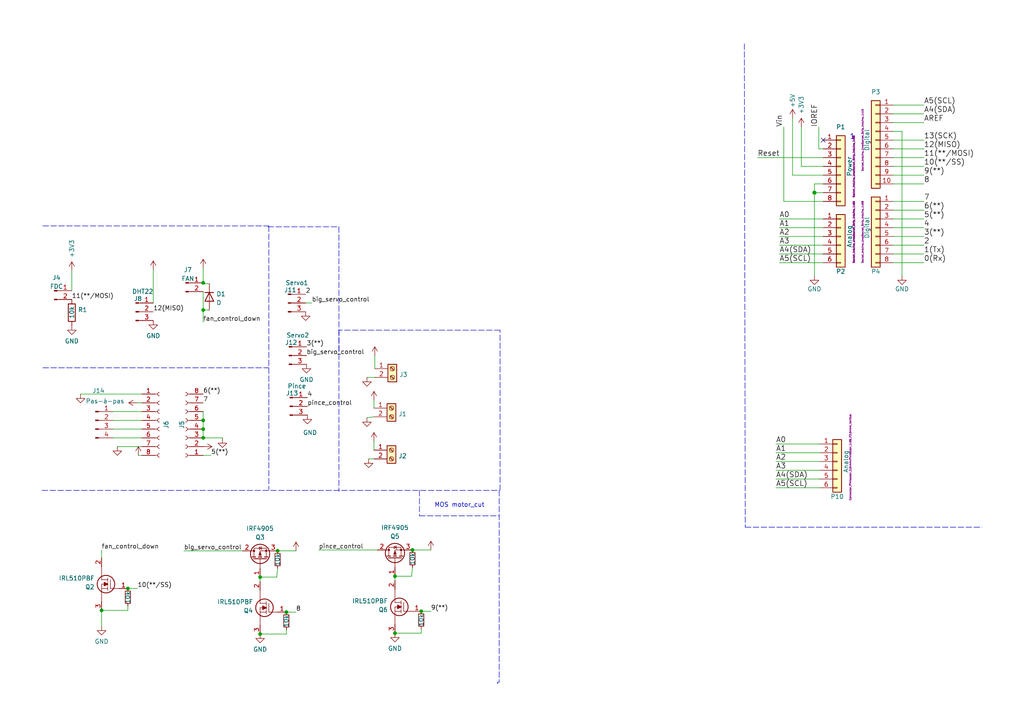
<source format=kicad_sch>
(kicad_sch (version 20211123) (generator eeschema)
  (paper "A4")
  (title_block (title "Shield Arduino Uno bras robotisé FabriqExpo") (date "2022-06-13") (rev "3") (company "Exploradôme"))
  (lib_symbols
    (symbol "Connector:Conn_01x02_Male" (pin_names (offset 1.016) hide)
      (property "Reference" "J" (at 0 2.54 0))
      (property "Value" "Conn_01x02_Male" (at 0 -5.08 0))
      (symbol "Conn_01x02_Male_1_1"
        (polyline (pts (xy 1.27 -2.54) (xy 0.8636 -2.54)) (stroke (width 0.1524)))
        (polyline (pts (xy 1.27 0) (xy 0.8636 0)) (stroke (width 0.1524)))
        (rectangle (start 0.8636 -2.413) (end 0 -2.667) (stroke (width 0.1524)) (fill (type outline)))
        (rectangle (start 0.8636 0.127) (end 0 -0.127) (stroke (width 0.1524)) (fill (type outline)))
        (pin passive line (at 5.08 0 180) (length 3.81) (name "Pin_1") (number "1"))
        (pin passive line (at 5.08 -2.54 180) (length 3.81) (name "Pin_2") (number "2"))
      )
    )
    (symbol "Connector:Conn_01x03_Male" (pin_names (offset 1.016) hide)
      (property "Reference" "J" (at 0 5.08 0))
      (property "Value" "Conn_01x03_Male" (at 0 -5.08 0))
      (symbol "Conn_01x03_Male_1_1"
        (polyline (pts (xy 1.27 -2.54) (xy 0.8636 -2.54)) (stroke (width 0.1524)))
        (polyline (pts (xy 1.27 0) (xy 0.8636 0)) (stroke (width 0.1524)))
        (polyline (pts (xy 1.27 2.54) (xy 0.8636 2.54)) (stroke (width 0.1524)))
        (rectangle (start 0.8636 -2.413) (end 0 -2.667) (stroke (width 0.1524)) (fill (type outline)))
        (rectangle (start 0.8636 0.127) (end 0 -0.127) (stroke (width 0.1524)) (fill (type outline)))
        (rectangle (start 0.8636 2.667) (end 0 2.413) (stroke (width 0.1524)) (fill (type outline)))
        (pin passive line (at 5.08 2.54 180) (length 3.81) (name "Pin_1") (number "1"))
        (pin passive line (at 5.08 0 180) (length 3.81) (name "Pin_2") (number "2"))
        (pin passive line (at 5.08 -2.54 180) (length 3.81) (name "Pin_3") (number "3"))
      )
    )
    (symbol "Connector:Conn_01x04_Male" (pin_names (offset 1.016) hide)
      (property "Reference" "J" (at 0 5.08 0))
      (property "Value" "Conn_01x04_Male" (at 0 -7.62 0))
      (symbol "Conn_01x04_Male_1_1"
        (polyline (pts (xy 1.27 -5.08) (xy 0.8636 -5.08)) (stroke (width 0.1524)))
        (polyline (pts (xy 1.27 -2.54) (xy 0.8636 -2.54)) (stroke (width 0.1524)))
        (polyline (pts (xy 1.27 0) (xy 0.8636 0)) (stroke (width 0.1524)))
        (polyline (pts (xy 1.27 2.54) (xy 0.8636 2.54)) (stroke (width 0.1524)))
        (rectangle (start 0.8636 -4.953) (end 0 -5.207) (stroke (width 0.1524)) (fill (type outline)))
        (rectangle (start 0.8636 -2.413) (end 0 -2.667) (stroke (width 0.1524)) (fill (type outline)))
        (rectangle (start 0.8636 0.127) (end 0 -0.127) (stroke (width 0.1524)) (fill (type outline)))
        (rectangle (start 0.8636 2.667) (end 0 2.413) (stroke (width 0.1524)) (fill (type outline)))
        (pin passive line (at 5.08 2.54 180) (length 3.81) (name "Pin_1") (number "1"))
        (pin passive line (at 5.08 0 180) (length 3.81) (name "Pin_2") (number "2"))
        (pin passive line (at 5.08 -2.54 180) (length 3.81) (name "Pin_3") (number "3"))
        (pin passive line (at 5.08 -5.08 180) (length 3.81) (name "Pin_4") (number "4"))
      )
    )
    (symbol "Connector:Conn_01x08_Female" (pin_names (offset 1.016) hide)
      (property "Reference" "J" (at 0 10.16 0))
      (property "Value" "Conn_01x08_Female" (at 0 -12.7 0))
      (symbol "Conn_01x08_Female_1_1"
        (arc (start 0 -9.652) (mid -0.508 -10.16) (end 0 -10.668) (stroke (width 0.1524)))
        (arc (start 0 -7.112) (mid -0.508 -7.62) (end 0 -8.128) (stroke (width 0.1524)))
        (arc (start 0 -4.572) (mid -0.508 -5.08) (end 0 -5.588) (stroke (width 0.1524)))
        (arc (start 0 -2.032) (mid -0.508 -2.54) (end 0 -3.048) (stroke (width 0.1524)))
        (polyline (pts (xy -1.27 -10.16) (xy -0.508 -10.16)) (stroke (width 0.1524)))
        (polyline (pts (xy -1.27 -7.62) (xy -0.508 -7.62)) (stroke (width 0.1524)))
        (polyline (pts (xy -1.27 -5.08) (xy -0.508 -5.08)) (stroke (width 0.1524)))
        (polyline (pts (xy -1.27 -2.54) (xy -0.508 -2.54)) (stroke (width 0.1524)))
        (polyline (pts (xy -1.27 0) (xy -0.508 0)) (stroke (width 0.1524)))
        (polyline (pts (xy -1.27 2.54) (xy -0.508 2.54)) (stroke (width 0.1524)))
        (polyline (pts (xy -1.27 5.08) (xy -0.508 5.08)) (stroke (width 0.1524)))
        (polyline (pts (xy -1.27 7.62) (xy -0.508 7.62)) (stroke (width 0.1524)))
        (arc (start 0 0.508) (mid -0.508 0) (end 0 -0.508) (stroke (width 0.1524)))
        (arc (start 0 3.048) (mid -0.508 2.54) (end 0 2.032) (stroke (width 0.1524)))
        (arc (start 0 5.588) (mid -0.508 5.08) (end 0 4.572) (stroke (width 0.1524)))
        (arc (start 0 8.128) (mid -0.508 7.62) (end 0 7.112) (stroke (width 0.1524)))
        (pin passive line (at -5.08 7.62 0) (length 3.81) (name "Pin_1") (number "1"))
        (pin passive line (at -5.08 5.08 0) (length 3.81) (name "Pin_2") (number "2"))
        (pin passive line (at -5.08 2.54 0) (length 3.81) (name "Pin_3") (number "3"))
        (pin passive line (at -5.08 0 0) (length 3.81) (name "Pin_4") (number "4"))
        (pin passive line (at -5.08 -2.54 0) (length 3.81) (name "Pin_5") (number "5"))
        (pin passive line (at -5.08 -5.08 0) (length 3.81) (name "Pin_6") (number "6"))
        (pin passive line (at -5.08 -7.62 0) (length 3.81) (name "Pin_7") (number "7"))
        (pin passive line (at -5.08 -10.16 0) (length 3.81) (name "Pin_8") (number "8"))
      )
    )
    (symbol "Connector:Screw_Terminal_01x02" (pin_names (offset 1.016) hide)
      (property "Reference" "J" (at 0 2.54 0))
      (property "Value" "Screw_Terminal_01x02" (at 0 -5.08 0))
      (symbol "Screw_Terminal_01x02_1_1"
        (rectangle (start -1.27 1.27) (end 1.27 -3.81) (stroke (width 0.254)) (fill (type background)))
        (circle (center 0 -2.54) (radius 0.635) (stroke (width 0.1524)))
        (polyline (pts (xy -0.5334 -2.2098) (xy 0.3302 -3.048)) (stroke (width 0.1524)))
        (polyline (pts (xy -0.5334 0.3302) (xy 0.3302 -0.508)) (stroke (width 0.1524)))
        (polyline (pts (xy -0.3556 -2.032) (xy 0.508 -2.8702)) (stroke (width 0.1524)))
        (polyline (pts (xy -0.3556 0.508) (xy 0.508 -0.3302)) (stroke (width 0.1524)))
        (circle (center 0 0) (radius 0.635) (stroke (width 0.1524)))
        (pin passive line (at -5.08 0 0) (length 3.81) (name "Pin_1") (number "1"))
        (pin passive line (at -5.08 -2.54 0) (length 3.81) (name "Pin_2") (number "2"))
      )
    )
    (symbol "Connector_Generic:Conn_01x06" (pin_names (offset 1.016) hide)
      (property "Reference" "J" (at 0 7.62 0))
      (property "Value" "Conn_01x06" (at 0 -10.16 0))
      (symbol "Conn_01x06_1_1"
        (rectangle (start -1.27 -7.493) (end 0 -7.747) (stroke (width 0.1524)))
        (rectangle (start -1.27 -4.953) (end 0 -5.207) (stroke (width 0.1524)))
        (rectangle (start -1.27 -2.413) (end 0 -2.667) (stroke (width 0.1524)))
        (rectangle (start -1.27 0.127) (end 0 -0.127) (stroke (width 0.1524)))
        (rectangle (start -1.27 2.667) (end 0 2.413) (stroke (width 0.1524)))
        (rectangle (start -1.27 5.207) (end 0 4.953) (stroke (width 0.1524)))
        (rectangle (start -1.27 6.35) (end 1.27 -8.89) (stroke (width 0.254)) (fill (type background)))
        (pin passive line (at -5.08 5.08 0) (length 3.81) (name "Pin_1") (number "1"))
        (pin passive line (at -5.08 2.54 0) (length 3.81) (name "Pin_2") (number "2"))
        (pin passive line (at -5.08 0 0) (length 3.81) (name "Pin_3") (number "3"))
        (pin passive line (at -5.08 -2.54 0) (length 3.81) (name "Pin_4") (number "4"))
        (pin passive line (at -5.08 -5.08 0) (length 3.81) (name "Pin_5") (number "5"))
        (pin passive line (at -5.08 -7.62 0) (length 3.81) (name "Pin_6") (number "6"))
      )
    )
    (symbol "Connector_Generic:Conn_01x08" (pin_names (offset 1.016) hide)
      (property "Reference" "J" (at 0 10.16 0))
      (property "Value" "Conn_01x08" (at 0 -12.7 0))
      (symbol "Conn_01x08_1_1"
        (rectangle (start -1.27 -10.033) (end 0 -10.287) (stroke (width 0.1524)))
        (rectangle (start -1.27 -7.493) (end 0 -7.747) (stroke (width 0.1524)))
        (rectangle (start -1.27 -4.953) (end 0 -5.207) (stroke (width 0.1524)))
        (rectangle (start -1.27 -2.413) (end 0 -2.667) (stroke (width 0.1524)))
        (rectangle (start -1.27 0.127) (end 0 -0.127) (stroke (width 0.1524)))
        (rectangle (start -1.27 2.667) (end 0 2.413) (stroke (width 0.1524)))
        (rectangle (start -1.27 5.207) (end 0 4.953) (stroke (width 0.1524)))
        (rectangle (start -1.27 7.747) (end 0 7.493) (stroke (width 0.1524)))
        (rectangle (start -1.27 8.89) (end 1.27 -11.43) (stroke (width 0.254)) (fill (type background)))
        (pin passive line (at -5.08 7.62 0) (length 3.81) (name "Pin_1") (number "1"))
        (pin passive line (at -5.08 5.08 0) (length 3.81) (name "Pin_2") (number "2"))
        (pin passive line (at -5.08 2.54 0) (length 3.81) (name "Pin_3") (number "3"))
        (pin passive line (at -5.08 0 0) (length 3.81) (name "Pin_4") (number "4"))
        (pin passive line (at -5.08 -2.54 0) (length 3.81) (name "Pin_5") (number "5"))
        (pin passive line (at -5.08 -5.08 0) (length 3.81) (name "Pin_6") (number "6"))
        (pin passive line (at -5.08 -7.62 0) (length 3.81) (name "Pin_7") (number "7"))
        (pin passive line (at -5.08 -10.16 0) (length 3.81) (name "Pin_8") (number "8"))
      )
    )
    (symbol "Connector_Generic:Conn_01x10" (pin_names (offset 1.016) hide)
      (property "Reference" "J" (at 0 12.7 0))
      (property "Value" "Conn_01x10" (at 0 -15.24 0))
      (symbol "Conn_01x10_1_1"
        (rectangle (start -1.27 -12.573) (end 0 -12.827) (stroke (width 0.1524)))
        (rectangle (start -1.27 -10.033) (end 0 -10.287) (stroke (width 0.1524)))
        (rectangle (start -1.27 -7.493) (end 0 -7.747) (stroke (width 0.1524)))
        (rectangle (start -1.27 -4.953) (end 0 -5.207) (stroke (width 0.1524)))
        (rectangle (start -1.27 -2.413) (end 0 -2.667) (stroke (width 0.1524)))
        (rectangle (start -1.27 0.127) (end 0 -0.127) (stroke (width 0.1524)))
        (rectangle (start -1.27 2.667) (end 0 2.413) (stroke (width 0.1524)))
        (rectangle (start -1.27 5.207) (end 0 4.953) (stroke (width 0.1524)))
        (rectangle (start -1.27 7.747) (end 0 7.493) (stroke (width 0.1524)))
        (rectangle (start -1.27 10.287) (end 0 10.033) (stroke (width 0.1524)))
        (rectangle (start -1.27 11.43) (end 1.27 -13.97) (stroke (width 0.254)) (fill (type background)))
        (pin passive line (at -5.08 10.16 0) (length 3.81) (name "Pin_1") (number "1"))
        (pin passive line (at -5.08 -12.7 0) (length 3.81) (name "Pin_10") (number "10"))
        (pin passive line (at -5.08 7.62 0) (length 3.81) (name "Pin_2") (number "2"))
        (pin passive line (at -5.08 5.08 0) (length 3.81) (name "Pin_3") (number "3"))
        (pin passive line (at -5.08 2.54 0) (length 3.81) (name "Pin_4") (number "4"))
        (pin passive line (at -5.08 0 0) (length 3.81) (name "Pin_5") (number "5"))
        (pin passive line (at -5.08 -2.54 0) (length 3.81) (name "Pin_6") (number "6"))
        (pin passive line (at -5.08 -5.08 0) (length 3.81) (name "Pin_7") (number "7"))
        (pin passive line (at -5.08 -7.62 0) (length 3.81) (name "Pin_8") (number "8"))
        (pin passive line (at -5.08 -10.16 0) (length 3.81) (name "Pin_9") (number "9"))
      )
    )
    (symbol "Device:D" (pin_numbers hide) (pin_names (offset 1.016) hide)
      (property "Reference" "D" (at 0 2.54 0))
      (property "Value" "D" (at 0 -2.54 0))
      (symbol "D_0_1"
        (polyline (pts (xy -1.27 1.27) (xy -1.27 -1.27)) (stroke (width 0.254)))
        (polyline (pts (xy 1.27 0) (xy -1.27 0)))
        (polyline (pts (xy 1.27 1.27) (xy 1.27 -1.27) (xy -1.27 0) (xy 1.27 1.27)) (stroke (width 0.254)))
      )
      (symbol "D_1_1"
        (pin passive line (at -3.81 0 0) (length 2.54) (name "K") (number "1"))
        (pin passive line (at 3.81 0 180) (length 2.54) (name "A") (number "2"))
      )
    )
    (symbol "Device:R" (pin_numbers hide) (pin_names (offset 0))
      (property "Reference" "R" (at 2.032 0 90))
      (property "Value" "R" (at 0 0 90))
      (symbol "R_0_1"
        (rectangle (start -1.016 -2.54) (end 1.016 2.54) (stroke (width 0.254)))
      )
      (symbol "R_1_1"
        (pin passive line (at 0 3.81 270) (length 1.27) (name "~") (number "1"))
        (pin passive line (at 0 -3.81 90) (length 1.27) (name "~") (number "2"))
      )
    )
    (symbol "Device:R_Small" (pin_numbers hide) (pin_names (offset 0.254) hide)
      (property "Reference" "R" (at 0.762 0.508 0))
      (property "Value" "R_Small" (at 0.762 -1.016 0))
      (symbol "R_Small_0_1"
        (rectangle (start -0.762 1.778) (end 0.762 -1.778) (stroke (width 0.2032)))
      )
      (symbol "R_Small_1_1"
        (pin passive line (at 0 2.54 270) (length 0.762) (name "~") (number "1"))
        (pin passive line (at 0 -2.54 90) (length 0.762) (name "~") (number "2"))
      )
    )
    (symbol "IRL510PBF_1" (pin_names (offset 0.762))
      (property "Reference" "Q?" (at -32.512 82.1147 0))
      (property "Value" "IRL510PBF" (at -32.512 79.5778 0))
      (symbol "IRL510PBF_1_0_0"
        (pin passive line (at 0 1.27 0) (length 2.54) (name "~") (number "1"))
        (pin passive line (at 7.62 10.16 270) (length 2.54) (name "~") (number "2"))
        (pin passive line (at 7.62 -5.08 90) (length 2.54) (name "~") (number "3"))
      )
      (symbol "IRL510PBF_1_0_1"
        (polyline (pts (xy 5.842 0.762) (xy 5.842 1.778)) (stroke (width 0.1524)))
        (polyline (pts (xy 5.842 1.27) (xy 7.62 1.27)) (stroke (width 0.1524)))
        (polyline (pts (xy 5.842 2.032) (xy 5.842 3.048)) (stroke (width 0.1524)))
        (polyline (pts (xy 5.842 4.318) (xy 5.842 3.302)) (stroke (width 0.1524)))
        (polyline (pts (xy 7.62 2.54) (xy 5.842 2.54)) (stroke (width 0.1524)))
        (polyline (pts (xy 7.62 2.54) (xy 7.62 -2.54)) (stroke (width 0.1524)))
        (polyline (pts (xy 7.62 3.81) (xy 5.842 3.81)) (stroke (width 0.1524)))
        (polyline (pts (xy 7.62 3.81) (xy 7.62 7.62)) (stroke (width 0.1524)))
        (polyline (pts (xy 2.54 1.27) (xy 5.08 1.27) (xy 5.08 3.81)) (stroke (width 0.1524)))
        (polyline (pts (xy 5.842 2.54) (xy 6.858 3.048) (xy 6.858 2.032) (xy 5.842 2.54)) (stroke (width 0.254)) (fill (type outline)))
        (circle (center 6.35 2.54) (radius 2.54) (stroke (width 0.254)))
      )
    )
    (symbol "Transistor_FET:IRF4905" (pin_names hide)
      (property "Reference" "Q" (at 5.08 1.905 0))
      (property "Value" "IRF4905" (at 5.08 0 0))
      (symbol "IRF4905_0_1"
        (polyline (pts (xy 0.254 0) (xy -2.54 0)))
        (polyline (pts (xy 0.254 1.905) (xy 0.254 -1.905)) (stroke (width 0.254)))
        (polyline (pts (xy 0.762 -1.27) (xy 0.762 -2.286)) (stroke (width 0.254)))
        (polyline (pts (xy 0.762 0.508) (xy 0.762 -0.508)) (stroke (width 0.254)))
        (polyline (pts (xy 0.762 2.286) (xy 0.762 1.27)) (stroke (width 0.254)))
        (polyline (pts (xy 2.54 2.54) (xy 2.54 1.778)))
        (polyline (pts (xy 2.54 -2.54) (xy 2.54 0) (xy 0.762 0)))
        (polyline (pts (xy 0.762 1.778) (xy 3.302 1.778) (xy 3.302 -1.778) (xy 0.762 -1.778)))
        (polyline (pts (xy 2.286 0) (xy 1.27 0.381) (xy 1.27 -0.381) (xy 2.286 0)) (fill (type outline)))
        (polyline (pts (xy 2.794 -0.508) (xy 2.921 -0.381) (xy 3.683 -0.381) (xy 3.81 -0.254)))
        (polyline (pts (xy 3.302 -0.381) (xy 2.921 0.254) (xy 3.683 0.254) (xy 3.302 -0.381)))
        (circle (center 1.651 0) (radius 2.794) (stroke (width 0.254)))
        (circle (center 2.54 -1.778) (radius 0.254) (fill (type outline)))
        (circle (center 2.54 1.778) (radius 0.254) (fill (type outline)))
      )
      (symbol "IRF4905_1_1"
        (pin input line (at -5.08 0 0) (length 2.54) (name "G") (number "1"))
        (pin passive line (at 2.54 5.08 270) (length 2.54) (name "D") (number "2"))
        (pin passive line (at 2.54 -5.08 90) (length 2.54) (name "S") (number "3"))
      )
    )
    (symbol "power:+12V" (power) (pin_names (offset 0))
      (property "Value" "+12V" (at 0 3.556 0))
      (symbol "+12V_0_1"
        (polyline (pts (xy -0.762 1.27) (xy 0 2.54)))
        (polyline (pts (xy 0 0) (xy 0 2.54)))
        (polyline (pts (xy 0 2.54) (xy 0.762 1.27)))
      )
      (symbol "+12V_1_1"
        (pin power_in line (at 0 0 90) (length 0) hide (name "+12V") (number "1"))
      )
    )
    (symbol "power:+3.3V" (power) (pin_names (offset 0))
      (property "Value" "+3.3V" (at 0 3.556 0))
      (symbol "+3.3V_0_1"
        (polyline (pts (xy -0.762 1.27) (xy 0 2.54)))
        (polyline (pts (xy 0 0) (xy 0 2.54)))
        (polyline (pts (xy 0 2.54) (xy 0.762 1.27)))
      )
      (symbol "+3.3V_1_1"
        (pin power_in line (at 0 0 90) (length 0) hide (name "+3V3") (number "1"))
      )
    )
    (symbol "power:+5V" (power) (pin_names (offset 0))
      (property "Value" "+5V" (at 0 3.556 0))
      (symbol "+5V_0_1"
        (polyline (pts (xy -0.762 1.27) (xy 0 2.54)))
        (polyline (pts (xy 0 0) (xy 0 2.54)))
        (polyline (pts (xy 0 2.54) (xy 0.762 1.27)))
      )
      (symbol "+5V_1_1"
        (pin power_in line (at 0 0 90) (length 0) hide (name "+5V") (number "1"))
      )
    )
    (symbol "power:+6V" (power) (pin_names (offset 0))
      (property "Value" "+6V" (at 0 3.556 0))
      (symbol "+6V_0_1"
        (polyline (pts (xy -0.762 1.27) (xy 0 2.54)))
        (polyline (pts (xy 0 0) (xy 0 2.54)))
        (polyline (pts (xy 0 2.54) (xy 0.762 1.27)))
      )
      (symbol "+6V_1_1"
        (pin power_in line (at 0 0 90) (length 0) hide (name "+6V") (number "1"))
      )
    )
    (symbol "power:GND" (power) (pin_names (offset 0))
      (property "Value" "GND" (at 0 -3.81 0))
      (symbol "GND_0_1"
        (polyline (pts (xy 0 0) (xy 0 -1.27) (xy 1.27 -1.27) (xy 0 -2.54) (xy -1.27 -1.27) (xy 0 -1.27)))
      )
      (symbol "GND_1_1"
        (pin power_in line (at 0 0 270) (length 0) hide (name "GND") (number "1"))
      )
    )
  )
  (junction (at 119.634 159.512))
  (junction (at 58.928 82.042))
  (junction (at 75.438 183.896))
  (junction (at 114.554 183.642))
  (junction (at 80.518 159.766))
  (junction (at 75.438 167.386))
  (junction (at 122.174 177.292))
  (junction (at 58.928 89.916))
  (junction (at 58.928 124.46))
  (junction (at 58.928 121.92))
  (junction (at 58.928 127))
  (junction (at 29.464 177.038))
  (junction (at 83.058 177.546))
  (junction (at 114.554 167.132))
  (junction (at 37.084 170.688))
  (junction (at 236.22 55.88) (diameter 1.016))
  (no_connect (at 238.76 40.64))
  (wire (pts (xy 106.426 109.474) (xy 108.712 109.474)))
  (wire (pts (xy 119.38 167.132) (xy 119.634 164.592)))
  (wire (pts (xy 80.264 167.386) (xy 75.438 167.386)))
  (wire (pts (xy 238.76 48.26) (xy 232.41 48.26)))
  (wire (pts (xy 58.928 77.724) (xy 58.928 82.042)))
  (wire (pts (xy 60.706 82.296) (xy 58.928 82.296)))
  (wire (pts (xy 238.76 71.12) (xy 226.06 71.12)))
  (wire (pts (xy 32.766 124.46) (xy 41.148 124.46)))
  (wire (pts (xy 58.928 119.38) (xy 58.928 121.92)))
  (wire (pts (xy 114.554 183.642) (xy 122.174 183.642)))
  (wire (pts (xy 32.766 119.38) (xy 41.148 119.38)))
  (wire (pts (xy 259.08 63.5) (xy 267.97 63.5)))
  (wire (pts (xy 108.458 116.078) (xy 108.458 118.364)))
  (wire (pts (xy 32.766 127) (xy 41.148 127)))
  (polyline (pts (xy 121.666 149.606) (xy 144.78 149.606)))
  (wire (pts (xy 29.464 181.61) (xy 29.464 177.038)))
  (wire (pts (xy 237.744 133.858) (xy 225.044 133.858)))
  (wire (pts (xy 108.458 128.016) (xy 108.458 130.556)))
  (wire (pts (xy 90.424 87.884) (xy 88.646 87.884)))
  (wire (pts (xy 44.45 78.232) (xy 44.45 87.884)))
  (wire (pts (xy 237.744 141.478) (xy 225.044 141.478)))
  (polyline (pts (xy 98.298 65.786) (xy 98.298 102.362)))
  (wire (pts (xy 237.744 128.778) (xy 225.044 128.778)))
  (wire (pts (xy 236.22 53.34) (xy 236.22 55.88)))
  (wire (pts (xy 23.368 114.3) (xy 41.148 114.3)))
  (wire (pts (xy 37.084 177.038) (xy 37.084 175.768)))
  (wire (pts (xy 37.084 170.688) (xy 39.878 170.688)))
  (wire (pts (xy 108.712 103.124) (xy 108.712 106.934)))
  (wire (pts (xy 64.516 127) (xy 64.516 127.254)))
  (wire (pts (xy 259.08 43.18) (xy 267.97 43.18)))
  (wire (pts (xy 261.62 38.1) (xy 261.62 80.01)))
  (wire (pts (xy 238.76 53.34) (xy 236.22 53.34)))
  (wire (pts (xy 124.968 159.512) (xy 119.634 159.512)))
  (polyline (pts (xy 77.978 65.532) (xy 77.978 106.426)))
  (wire (pts (xy 119.38 167.132) (xy 114.554 167.132)))
  (wire (pts (xy 58.928 89.916) (xy 58.928 84.582)))
  (wire (pts (xy 75.438 168.656) (xy 75.438 167.386)))
  (wire (pts (xy 259.08 53.34) (xy 267.97 53.34)))
  (wire (pts (xy 237.49 43.18) (xy 238.76 43.18)))
  (wire (pts (xy 238.76 50.8) (xy 229.87 50.8)))
  (wire (pts (xy 39.878 116.84) (xy 41.148 116.84)))
  (wire (pts (xy 106.426 121.158) (xy 108.458 120.904)))
  (wire (pts (xy 83.058 177.546) (xy 85.852 177.546)))
  (wire (pts (xy 40.132 132.08) (xy 41.148 132.08)))
  (wire (pts (xy 259.08 40.64) (xy 267.97 40.64)))
  (polyline (pts (xy 145.034 95.758) (xy 98.298 95.758)))
  (wire (pts (xy 259.08 58.42) (xy 267.97 58.42)))
  (wire (pts (xy 238.76 66.04) (xy 226.06 66.04)))
  (polyline (pts (xy 121.666 142.24) (xy 121.666 149.606)))
  (wire (pts (xy 259.08 30.48) (xy 267.97 30.48)))
  (wire (pts (xy 259.08 71.12) (xy 267.97 71.12)))
  (wire (pts (xy 237.744 138.938) (xy 225.044 138.938)))
  (polyline (pts (xy 77.724 65.786) (xy 98.298 65.786)))
  (wire (pts (xy 238.76 58.42) (xy 227.33 58.42)))
  (wire (pts (xy 237.744 131.318) (xy 225.044 131.318)))
  (wire (pts (xy 58.928 93.472) (xy 58.928 89.916)))
  (wire (pts (xy 114.554 168.402) (xy 114.554 167.132)))
  (wire (pts (xy 238.76 63.5) (xy 226.06 63.5)))
  (wire (pts (xy 259.08 45.72) (xy 267.97 45.72)))
  (wire (pts (xy 238.76 73.66) (xy 226.06 73.66)))
  (wire (pts (xy 75.438 183.896) (xy 83.058 183.896)))
  (polyline (pts (xy 144.78 197.866) (xy 144.272 197.866)))
  (wire (pts (xy 29.464 177.038) (xy 37.084 177.038)))
  (wire (pts (xy 238.76 45.72) (xy 219.71 45.72)))
  (wire (pts (xy 259.08 38.1) (xy 261.62 38.1)))
  (wire (pts (xy 238.76 55.88) (xy 236.22 55.88)))
  (polyline (pts (xy 98.298 95.758) (xy 98.298 142.494)))
  (wire (pts (xy 58.928 89.916) (xy 60.706 89.916)))
  (wire (pts (xy 259.08 50.8) (xy 267.97 50.8)))
  (wire (pts (xy 85.852 159.766) (xy 80.518 159.766)))
  (wire (pts (xy 236.22 55.88) (xy 236.22 80.01)))
  (wire (pts (xy 80.264 167.386) (xy 80.518 164.846)))
  (wire (pts (xy 53.34 159.766) (xy 70.358 159.766)))
  (wire (pts (xy 227.33 58.42) (xy 227.33 36.83)))
  (wire (pts (xy 106.934 133.096) (xy 108.458 133.096)))
  (polyline (pts (xy 216.154 152.908) (xy 284.734 152.908)) (stroke (width 0) (type dash)))
  (wire (pts (xy 259.08 68.58) (xy 267.97 68.58)))
  (wire (pts (xy 238.76 76.2) (xy 226.06 76.2)))
  (polyline (pts (xy 12.192 142.24) (xy 144.78 142.24)))
  (wire (pts (xy 58.928 121.92) (xy 58.928 124.46)))
  (wire (pts (xy 259.08 73.66) (xy 267.97 73.66)))
  (wire (pts (xy 259.08 60.96) (xy 267.97 60.96)))
  (polyline (pts (xy 144.272 197.866) (xy 144.272 198.374)))
  (wire (pts (xy 58.928 124.46) (xy 58.928 127)))
  (wire (pts (xy 229.87 50.8) (xy 229.87 34.29)))
  (wire (pts (xy 20.828 78.486) (xy 20.828 84.328)))
  (wire (pts (xy 29.464 159.512) (xy 29.464 161.798)))
  (wire (pts (xy 237.744 136.398) (xy 225.044 136.398)))
  (wire (pts (xy 122.174 183.642) (xy 122.174 182.372)))
  (wire (pts (xy 259.08 33.02) (xy 267.97 33.02)))
  (wire (pts (xy 259.08 66.04) (xy 267.97 66.04)))
  (wire (pts (xy 122.174 177.292) (xy 124.968 177.292)))
  (wire (pts (xy 259.08 35.56) (xy 267.97 35.56)))
  (polyline (pts (xy 12.446 65.532) (xy 77.978 65.532)))
  (polyline (pts (xy 215.9 12.7) (xy 216.154 152.908)) (stroke (width 0) (type dash)))
  (wire (pts (xy 32.766 121.92) (xy 41.148 121.92)))
  (wire (pts (xy 58.928 127) (xy 64.516 127)))
  (wire (pts (xy 61.214 132.08) (xy 58.928 132.08)))
  (wire (pts (xy 232.41 48.26) (xy 232.41 36.83)))
  (wire (pts (xy 237.49 36.83) (xy 237.49 43.18)))
  (wire (pts (xy 58.928 82.042) (xy 58.928 82.296)))
  (polyline (pts (xy 145.034 142.24) (xy 145.034 95.758)))
  (polyline (pts (xy 12.446 106.68) (xy 77.978 106.68)))
  (wire (pts (xy 259.08 76.2) (xy 267.97 76.2)))
  (wire (pts (xy 259.08 48.26) (xy 267.97 48.26)))
  (polyline (pts (xy 77.978 106.68) (xy 77.978 141.986)))
  (wire (pts (xy 34.036 129.54) (xy 41.148 129.54)))
  (polyline (pts (xy 144.78 142.24) (xy 144.78 197.866)))
  (wire (pts (xy 238.76 68.58) (xy 226.06 68.58)))
  (wire (pts (xy 83.058 183.896) (xy 83.058 182.626)))
  (wire (pts (xy 92.456 159.512) (xy 109.474 159.512)))
  (text "MOS motor_cut" (at 125.984 147.32 0) (effects (font (size 1.27 1.27)) (justify left bottom)))
  (text "1" (at 246.38 40.64 0) (effects (font (size 1.524 1.524)) (justify left bottom)))
  (label "4" (at 89.154 115.316 0))
  (label "Vin" (at 227.33 36.83 90) (effects (font (size 1.524 1.524))))
  (label "10(**{slash}SS)" (at 39.878 170.688 0))
  (label "9(**)" (at 124.968 177.292 0))
  (label "12(MISO)" (at 44.45 90.424 0))
  (label "fan_control_down" (at 58.928 93.472 0))
  (label "big_servo_control" (at 90.424 87.884 0))
  (label "8" (at 85.852 177.546 0))
  (label "0(Rx)" (at 267.97 76.2 0) (effects (font (size 1.524 1.524))))
  (label "A4(SDA)" (at 226.06 73.66 0) (effects (font (size 1.524 1.524))))
  (label "5(**)" (at 61.214 132.08 0))
  (label "11(**{slash}MOSI)" (at 20.828 86.868 0))
  (label "pince_control" (at 92.456 159.512 0))
  (label "big_servo_control" (at 88.9 103.124 0))
  (label "A1" (at 225.044 131.318 0) (effects (font (size 1.524 1.524))))
  (label "4" (at 267.97 66.04 0) (effects (font (size 1.524 1.524))))
  (label "3(**)" (at 88.9 100.584 0))
  (label "5(**)" (at 267.97 63.5 0) (effects (font (size 1.524 1.524))))
  (label "A2" (at 226.06 68.58 0) (effects (font (size 1.524 1.524))))
  (label "big_servo_control" (at 53.34 159.766 0))
  (label "A5(SCL)" (at 226.06 76.2 0) (effects (font (size 1.524 1.524))))
  (label "A0" (at 226.06 63.5 0) (effects (font (size 1.524 1.524))))
  (label "A1" (at 226.06 66.04 0) (effects (font (size 1.524 1.524))))
  (label "10(**/SS)" (at 267.97 48.26 0) (effects (font (size 1.524 1.524))))
  (label "fan_control_down" (at 29.464 159.512 0))
  (label "13(SCK)" (at 267.97 40.64 0) (effects (font (size 1.524 1.524))))
  (label "2" (at 88.646 85.344 0))
  (label "A0" (at 225.044 128.778 0) (effects (font (size 1.524 1.524))))
  (label "6(**)" (at 58.928 114.3 0))
  (label "A2" (at 225.044 133.858 0) (effects (font (size 1.524 1.524))))
  (label "7" (at 267.97 58.42 0) (effects (font (size 1.524 1.524))))
  (label "A4(SDA)" (at 267.97 33.02 0) (effects (font (size 1.524 1.524))))
  (label "A3" (at 225.044 136.398 0) (effects (font (size 1.524 1.524))))
  (label "A3" (at 226.06 71.12 0) (effects (font (size 1.524 1.524))))
  (label "Reset" (at 219.71 45.72 0) (effects (font (size 1.524 1.524))))
  (label "2" (at 267.97 71.12 0) (effects (font (size 1.524 1.524))))
  (label "12(MISO)" (at 267.97 43.18 0) (effects (font (size 1.524 1.524))))
  (label "pince_control" (at 89.154 117.856 0))
  (label "3(**)" (at 267.97 68.58 0) (effects (font (size 1.524 1.524))))
  (label "9(**)" (at 267.97 50.8 0) (effects (font (size 1.524 1.524))))
  (label "8" (at 267.97 53.34 0) (effects (font (size 1.524 1.524))))
  (label "A5(SCL)" (at 225.044 141.478 0) (effects (font (size 1.524 1.524))))
  (label "A5(SCL)" (at 267.97 30.48 0) (effects (font (size 1.524 1.524))))
  (label "IOREF" (at 237.49 36.83 90) (effects (font (size 1.524 1.524))))
  (label "AREF" (at 267.97 35.56 0) (effects (font (size 1.524 1.524))))
  (label "7" (at 58.928 116.84 0))
  (label "A4(SDA)" (at 225.044 138.938 0) (effects (font (size 1.524 1.524))))
  (label "11(**/MOSI)" (at 267.97 45.72 0) (effects (font (size 1.524 1.524))))
  (label "1(Tx)" (at 267.97 73.66 0) (effects (font (size 1.524 1.524))))
  (label "6(**)" (at 267.97 60.96 0) (effects (font (size 1.524 1.524))))
  (symbol (lib_id "Connector_Generic:Conn_01x08") (at 243.84 48.26 0) (unit 1)
    (property "Reference" "P1" (at 243.84 36.83 0))
    (property "Value" "Power" (at 246.38 48.26 90))
    (property "Footprint" "Socket_Arduino_Uno:Socket_Strip_Arduino_1x08" (at 247.65 48.26 90) (effects (font (size 0.508 0.508))))
  )
  (symbol (lib_id "power:+3.3V") (at 232.41 36.83 0) (unit 1)
    (property "Reference" "#PWR01" (effects hide))
    (property "Value" "+3.3V" (at 232.41 30.48 90))
  )
  (symbol (lib_id "power:+5V") (at 229.87 34.29 0) (unit 1)
    (property "Reference" "#PWR02" (effects hide))
    (property "Value" "+5V" (at 229.87 29.21 90))
  )
  (symbol (lib_id "power:GND") (at 236.22 80.01 0) (unit 1)
    (property "Reference" "#PWR03" (effects hide))
    (property "Value" "GND" (at 236.22 83.82 0))
  )
  (symbol (lib_id "power:GND") (at 261.62 80.01 0) (unit 1)
    (property "Reference" "#PWR04" (effects hide))
    (property "Value" "GND" (at 261.62 83.82 0))
  )
  (symbol (lib_id "Connector_Generic:Conn_01x06") (at 243.84 68.58 0) (unit 1)
    (property "Reference" "P2" (at 243.84 78.74 0))
    (property "Value" "Analog" (at 246.38 68.58 90))
    (property "Footprint" "Socket_Arduino_Uno:Socket_Strip_Arduino_1x06" (at 247.65 67.31 90) (effects (font (size 0.508 0.508))))
  )
  (symbol (lib_id "Connector_Generic:Conn_01x08") (at 254 66.04 0) (mirror y) (unit 1)
    (property "Reference" "P4" (at 254 78.74 0))
    (property "Value" "Digital" (at 251.46 66.04 90))
    (property "Footprint" "Socket_Arduino_Uno:Socket_Strip_Arduino_1x08" (at 250.19 67.31 90) (effects (font (size 0.508 0.508))))
  )
  (symbol (lib_id "Connector_Generic:Conn_01x10") (at 254 40.64 0) (mirror y) (unit 1)
    (property "Reference" "P3" (at 254 26.67 0))
    (property "Value" "Digital" (at 251.46 40.64 90))
    (property "Footprint" "Socket_Arduino_Uno:Socket_Strip_Arduino_1x10" (at 250.19 40.64 90) (effects (font (size 0.508 0.508))))
  )
  (symbol (lib_id "power:+6V") (at 108.458 116.078 0) (unit 1)
    (property "Reference" "#PWR0106" (effects hide))
    (property "Value" "+6V" (effects hide))
  )
  (symbol (lib_id "Connector:Screw_Terminal_01x02") (at 113.792 106.934 0) (unit 1)
    (property "Reference" "J3" (at 115.824 108.6378 0) (effects (justify left)))
    (property "Value" "Screw_Terminal_01x02" (effects hide))
    (property "Footprint" "Connector_Phoenix_MSTB:PhoenixContact_MSTBVA_2,5_2-G_1x02_P5.00mm_Vertical" (effects hide))
  )
  (symbol (lib_id "power:GND") (at 75.438 183.896 0) (unit 1)
    (property "Reference" "#PWR09" (effects hide))
    (property "Value" "GND" (at 75.438 188.3394 0))
  )
  (symbol (lib_id "Device:R") (at 20.828 90.678 0) (unit 1)
    (property "Reference" "R1" (at 22.606 89.8433 0) (effects (justify left)))
    (property "Value" "10k" (at 20.828 92.456 90) (effects (justify left)))
    (property "Footprint" "Resistor_THT:R_Axial_DIN0204_L3.6mm_D1.6mm_P5.08mm_Vertical" (effects hide))
  )
  (symbol (lib_id "power:+6V") (at 85.852 159.766 0) (unit 1)
    (property "Reference" "#PWR010" (effects hide))
    (property "Value" "+6V" (effects hide))
  )
  (symbol (lib_id "Connector:Conn_01x03_Male") (at 84.074 117.856 0) (unit 1)
    (property "Reference" "J13" (at 84.709 114.077 0))
    (property "Value" "Pince" (at 86.106 111.252 0) (effects (justify top)))
    (property "Footprint" "Connector_PinHeader_2.54mm:PinHeader_1x03_P2.54mm_Vertical" (effects hide))
  )
  (symbol (lib_id "power:+12V") (at 58.928 77.724 0) (unit 1)
    (property "Reference" "#PWR08" (effects hide))
    (property "Value" "+12V" (effects hide))
  )
  (symbol (lib_id "Connector_Generic:Conn_01x06") (at 242.824 133.858 0) (unit 1)
    (property "Reference" "P10" (at 242.824 144.018 0))
    (property "Value" "Analog" (at 245.364 133.858 90))
    (property "Footprint" "Connector_PinHeader_2.54mm:PinHeader_1x06_P2.54mm_Vertical" (at 246.634 132.588 90) (effects (font (size 0.508 0.508))))
  )
  (symbol (lib_id "Device:R_Small") (at 37.084 173.228 0) (mirror x) (unit 1)
    (property "Reference" "R3" (effects hide))
    (property "Value" "10k" (at 37.084 171.45 90) (effects (justify left)))
    (property "Footprint" "Resistor_THT:R_Axial_DIN0204_L3.6mm_D1.6mm_P5.08mm_Vertical" (effects hide))
  )
  (symbol (lib_id "power:GND") (at 106.426 109.474 0) (unit 1)
    (property "Reference" "#PWR0103" (effects hide))
    (property "Value" "GND" (effects hide))
  )
  (symbol (lib_id "power:+5V") (at 44.45 78.232 0) (unit 1)
    (property "Reference" "#PWR0111" (effects hide))
    (property "Value" "+5V" (effects hide))
  )
  (symbol (lib_name "IRL510PBF_1") (lib_id "IRL510PBF:IRL510PBF") (at 122.174 178.562 0) (mirror y) (unit 1)
    (property "Reference" "Q6" (at 112.522 176.8567 0) (effects (justify left)))
    (property "Value" "IRL510PBF" (at 112.522 174.3198 0) (effects (justify left)))
    (property "Footprint" "Package_TO_SOT_THT:TO-220-3_Vertical" (effects hide))
    (property "Datasheet" "http://www.vishay.com/docs/91297/sihl510.pdf" (effects hide))
    (property "Description" "Power MOSFET, N channel" (effects hide))
    (property "Height" "4.65" (effects hide))
    (property "Manufacturer_Name" "Vishay" (effects hide))
    (property "Manufacturer_Part_Number" "IRL510PBF" (effects hide))
    (property "Mouser Part Number" "844-IRL510PBF" (effects hide))
    (property "Mouser Price/Stock" "https://www.mouser.co.uk/ProductDetail/Vishay-Semiconductors/IRL510PBF?qs=cvaI6Thkwxs7Om4q9N5ahw%3D%3D" (effects hide))
    (property "Arrow Part Number" "IRL510PBF" (effects hide))
    (property "Arrow Price/Stock" "https://www.arrow.com/en/products/irl510pbf/vishay" (effects hide))
  )
  (symbol (lib_id "Connector:Conn_01x03_Male") (at 39.37 90.424 0) (unit 1)
    (property "Reference" "J8" (at 40.005 86.645 0))
    (property "Value" "DHT22" (at 41.402 83.82 0) (effects (justify top)))
    (property "Footprint" "Connector_PinHeader_2.54mm:PinHeader_1x03_P2.54mm_Vertical" (effects hide))
  )
  (symbol (lib_id "power:GND") (at 106.934 133.096 0) (unit 1)
    (property "Reference" "#PWR0101" (effects hide))
    (property "Value" "GND" (effects hide))
  )
  (symbol (lib_id "Connector:Screw_Terminal_01x02") (at 113.538 118.364 0) (unit 1)
    (property "Reference" "J1" (at 115.57 120.0678 0) (effects (justify left)))
    (property "Value" "Screw_Terminal_01x02" (effects hide))
    (property "Footprint" "Connector_Phoenix_MSTB:PhoenixContact_MSTBVA_2,5_2-G_1x02_P5.00mm_Vertical" (effects hide))
  )
  (symbol (lib_id "power:GND") (at 88.9 105.664 0) (unit 1)
    (property "Reference" "#PWR0116" (effects hide))
    (property "Value" "GND" (at 88.9 110.1074 0))
  )
  (symbol (lib_id "power:GND") (at 29.464 181.61 0) (unit 1)
    (property "Reference" "#PWR07" (effects hide))
    (property "Value" "GND" (at 29.464 186.0534 0))
  )
  (symbol (lib_id "power:GND") (at 114.554 183.642 0) (unit 1)
    (property "Reference" "#PWR011" (effects hide))
    (property "Value" "GND" (at 114.554 188.0854 0))
  )
  (symbol (lib_id "Connector:Conn_01x02_Male") (at 53.848 82.042 0) (unit 1)
    (property "Reference" "J7" (at 54.483 78.266 0))
    (property "Value" "FAN" (at 54.483 80.8029 0))
    (property "Footprint" "Connector_PinHeader_2.54mm:PinHeader_1x02_P2.54mm_Vertical" (effects hide))
  )
  (symbol (lib_id "Connector:Conn_01x08_Female") (at 46.228 121.92 0) (unit 1)
    (property "Reference" "J6" (at 48.2076 123.19 90))
    (property "Value" "Conn_01x08_Female" (effects hide))
    (property "Footprint" "Connector_PinHeader_2.54mm:PinHeader_1x08_P2.54mm_Vertical" (effects hide))
  )
  (symbol (lib_id "power:+5V") (at 124.968 159.512 0) (unit 1)
    (property "Reference" "#PWR012" (effects hide))
    (property "Value" "+5V" (effects hide))
  )
  (symbol (lib_id "power:GND") (at 89.154 120.396 0) (unit 1)
    (property "Reference" "#PWR0112" (effects hide))
    (property "Value" "GND" (at 89.916 125.476 0))
  )
  (symbol (lib_id "power:+5V") (at 108.458 128.016 0) (unit 1)
    (property "Reference" "#PWR0102" (effects hide))
    (property "Value" "+5V" (effects hide))
  )
  (symbol (lib_id "power:GND") (at 34.036 129.54 0) (unit 1)
    (property "Reference" "#PWR0110" (effects hide))
    (property "Value" "GND" (effects hide))
  )
  (symbol (lib_id "power:GND") (at 20.828 94.488 0) (unit 1)
    (property "Reference" "#PWR06" (effects hide))
    (property "Value" "GND" (at 20.828 98.9314 0))
  )
  (symbol (lib_id "Device:R_Small") (at 122.174 179.832 0) (mirror x) (unit 1)
    (property "Reference" "R7" (effects hide))
    (property "Value" "10k" (at 122.174 178.054 90) (effects (justify left)))
    (property "Footprint" "Resistor_THT:R_Axial_DIN0204_L3.6mm_D1.6mm_P5.08mm_Vertical" (effects hide))
  )
  (symbol (lib_id "power:+5V") (at 58.928 129.54 270) (unit 1)
    (property "Reference" "#PWR0122" (effects hide))
    (property "Value" "+5V" (effects hide))
  )
  (symbol (lib_id "power:GND") (at 88.646 90.424 0) (unit 1)
    (property "Reference" "#PWR0114" (effects hide))
    (property "Value" "GND" (effects hide))
  )
  (symbol (lib_id "Connector:Screw_Terminal_01x02") (at 113.538 130.556 0) (unit 1)
    (property "Reference" "J2" (at 115.57 132.2598 0) (effects (justify left)))
    (property "Value" "Screw_Terminal_01x02" (effects hide))
    (property "Footprint" "Connector_Phoenix_MSTB:PhoenixContact_MSTBVA_2,5_2-G_1x02_P5.00mm_Vertical" (effects hide))
  )
  (symbol (lib_name "IRL510PBF_1") (lib_id "IRL510PBF:IRL510PBF") (at 83.058 178.816 0) (mirror y) (unit 1)
    (property "Reference" "Q4" (at 73.406 177.1107 0) (effects (justify left)))
    (property "Value" "IRL510PBF" (at 73.406 174.5738 0) (effects (justify left)))
    (property "Footprint" "Package_TO_SOT_THT:TO-220-3_Vertical" (effects hide))
    (property "Datasheet" "http://www.vishay.com/docs/91297/sihl510.pdf" (effects hide))
    (property "Description" "Power MOSFET, N channel" (effects hide))
    (property "Height" "4.65" (effects hide))
    (property "Manufacturer_Name" "Vishay" (effects hide))
    (property "Manufacturer_Part_Number" "IRL510PBF" (effects hide))
    (property "Mouser Part Number" "844-IRL510PBF" (effects hide))
    (property "Mouser Price/Stock" "https://www.mouser.co.uk/ProductDetail/Vishay-Semiconductors/IRL510PBF?qs=cvaI6Thkwxs7Om4q9N5ahw%3D%3D" (effects hide))
    (property "Arrow Part Number" "IRL510PBF" (effects hide))
    (property "Arrow Price/Stock" "https://www.arrow.com/en/products/irl510pbf/vishay" (effects hide))
  )
  (symbol (lib_name "IRL510PBF_1") (lib_id "IRL510PBF:IRL510PBF") (at 37.084 171.958 0) (mirror y) (unit 1)
    (property "Reference" "Q2" (at 27.432 170.2527 0) (effects (justify left)))
    (property "Value" "IRL510PBF" (at 27.432 167.7158 0) (effects (justify left)))
    (property "Footprint" "Package_TO_SOT_THT:TO-220-3_Vertical" (effects hide))
    (property "Datasheet" "http://www.vishay.com/docs/91297/sihl510.pdf" (effects hide))
    (property "Description" "Power MOSFET, N channel" (effects hide))
    (property "Height" "4.65" (effects hide))
    (property "Manufacturer_Name" "Vishay" (effects hide))
    (property "Manufacturer_Part_Number" "IRL510PBF" (effects hide))
    (property "Mouser Part Number" "844-IRL510PBF" (effects hide))
    (property "Mouser Price/Stock" "https://www.mouser.co.uk/ProductDetail/Vishay-Semiconductors/IRL510PBF?qs=cvaI6Thkwxs7Om4q9N5ahw%3D%3D" (effects hide))
    (property "Arrow Part Number" "IRL510PBF" (effects hide))
    (property "Arrow Price/Stock" "https://www.arrow.com/en/products/irl510pbf/vishay" (effects hide))
  )
  (symbol (lib_id "Device:D") (at 60.706 86.106 270) (unit 1)
    (property "Reference" "D1" (at 62.738 85.2713 90) (effects (justify left)))
    (property "Value" "D" (at 62.738 87.8082 90) (effects (justify left)))
    (property "Footprint" "Diode_THT:D_DO-41_SOD81_P3.81mm_Vertical_AnodeUp" (effects hide))
  )
  (symbol (lib_id "Connector:Conn_01x02_Male") (at 15.748 84.328 0) (unit 1)
    (property "Reference" "J4" (at 16.383 80.552 0))
    (property "Value" "FDC" (at 16.383 83.0889 0))
    (property "Footprint" "Connector_PinHeader_2.54mm:PinHeader_1x02_P2.54mm_Vertical" (effects hide))
  )
  (symbol (lib_id "power:+12V") (at 40.132 132.08 0) (unit 1)
    (property "Reference" "#PWR0109" (effects hide))
    (property "Value" "+12V" (effects hide))
  )
  (symbol (lib_id "power:GND") (at 106.426 121.158 0) (unit 1)
    (property "Reference" "#PWR0105" (effects hide))
    (property "Value" "GND" (effects hide))
  )
  (symbol (lib_id "Connector:Conn_01x03_Male") (at 83.82 103.124 0) (unit 1)
    (property "Reference" "J12" (at 84.455 99.345 0))
    (property "Value" "Servo2" (at 86.36 96.52 0) (effects (justify top)))
    (property "Footprint" "Connector_PinHeader_2.54mm:PinHeader_1x03_P2.54mm_Vertical" (effects hide))
  )
  (symbol (lib_id "Device:R_Small") (at 80.518 162.306 180) (unit 1)
    (property "Reference" "R4" (effects hide))
    (property "Value" "10k" (at 80.518 160.528 90) (effects (justify left)))
    (property "Footprint" "Resistor_THT:R_Axial_DIN0204_L3.6mm_D1.6mm_P5.08mm_Vertical" (effects hide))
  )
  (symbol (lib_id "power:GND") (at 23.368 114.3 0) (unit 1)
    (property "Reference" "#PWR0108" (effects hide))
    (property "Value" "GND" (effects hide))
  )
  (symbol (lib_id "Transistor_FET:IRF4905") (at 75.438 162.306 90) (unit 1)
    (property "Reference" "Q3" (at 75.438 155.8306 90))
    (property "Value" "IRF4905" (at 75.438 153.2937 90))
    (property "Footprint" "Package_TO_SOT_THT:TO-220-3_Vertical" (effects hide))
    (property "Datasheet" "http://www.infineon.com/dgdl/irf4905.pdf?fileId=5546d462533600a4015355e32165197c" (effects hide))
  )
  (symbol (lib_id "power:+3.3V") (at 20.828 78.486 0) (unit 1)
    (property "Reference" "#PWR05" (effects hide))
    (property "Value" "+3.3V" (at 20.828 72.136 90))
  )
  (symbol (lib_id "Device:R_Small") (at 83.058 180.086 0) (mirror x) (unit 1)
    (property "Reference" "R5" (effects hide))
    (property "Value" "10k" (at 83.058 178.308 90) (effects (justify left)))
    (property "Footprint" "Resistor_THT:R_Axial_DIN0204_L3.6mm_D1.6mm_P5.08mm_Vertical" (effects hide))
  )
  (symbol (lib_id "power:GND") (at 44.45 92.964 0) (unit 1)
    (property "Reference" "#PWR014" (effects hide))
    (property "Value" "GND" (at 44.45 97.4074 0))
  )
  (symbol (lib_id "Connector:Conn_01x04_Male") (at 27.686 121.92 0) (unit 1)
    (property "Reference" "J14" (at 28.575 113.318 0))
    (property "Value" "Pas-à-pas" (at 30.48 116.332 0))
    (property "Footprint" "Connector_PinHeader_2.54mm:PinHeader_1x04_P2.54mm_Vertical" (effects hide))
  )
  (symbol (lib_id "power:+12V") (at 108.712 103.124 0) (unit 1)
    (property "Reference" "#PWR0104" (effects hide))
    (property "Value" "+12V" (effects hide))
  )
  (symbol (lib_id "Transistor_FET:IRF4905") (at 114.554 162.052 90) (unit 1)
    (property "Reference" "Q5" (at 114.554 155.5766 90))
    (property "Value" "IRF4905" (at 114.554 153.0397 90))
    (property "Footprint" "Package_TO_SOT_THT:TO-220-3_Vertical" (effects hide))
    (property "Datasheet" "http://www.infineon.com/dgdl/irf4905.pdf?fileId=5546d462533600a4015355e32165197c" (effects hide))
  )
  (symbol (lib_id "Connector:Conn_01x03_Male") (at 83.566 87.884 0) (unit 1)
    (property "Reference" "J11" (at 84.201 84.105 0))
    (property "Value" "Servo1" (at 86.106 82.042 0))
    (property "Footprint" "Connector_PinHeader_2.54mm:PinHeader_1x03_P2.54mm_Vertical" (effects hide))
  )
  (symbol (lib_id "Connector:Conn_01x08_Female") (at 53.848 124.46 180) (unit 1)
    (property "Reference" "J5" (at 52.736 123.19 90))
    (property "Value" "Conn_01x08_Female" (effects hide))
    (property "Footprint" "Connector_PinHeader_2.54mm:PinHeader_1x08_P2.54mm_Vertical" (effects hide))
  )
  (symbol (lib_id "power:+5V") (at 39.878 116.84 90) (unit 1)
    (property "Reference" "#PWR0107" (effects hide))
    (property "Value" "+5V" (effects hide))
  )
  (symbol (lib_id "power:GND") (at 64.516 127.254 0) (unit 1)
    (property "Reference" "#PWR0117" (effects hide))
    (property "Value" "GND" (effects hide))
  )
  (symbol (lib_id "Device:R_Small") (at 119.634 162.052 180) (unit 1)
    (property "Reference" "R6" (effects hide))
    (property "Value" "10k" (at 119.634 160.274 90) (effects (justify left)))
    (property "Footprint" "Resistor_THT:R_Axial_DIN0204_L3.6mm_D1.6mm_P5.08mm_Vertical" (effects hide))
  )
)
</source>
